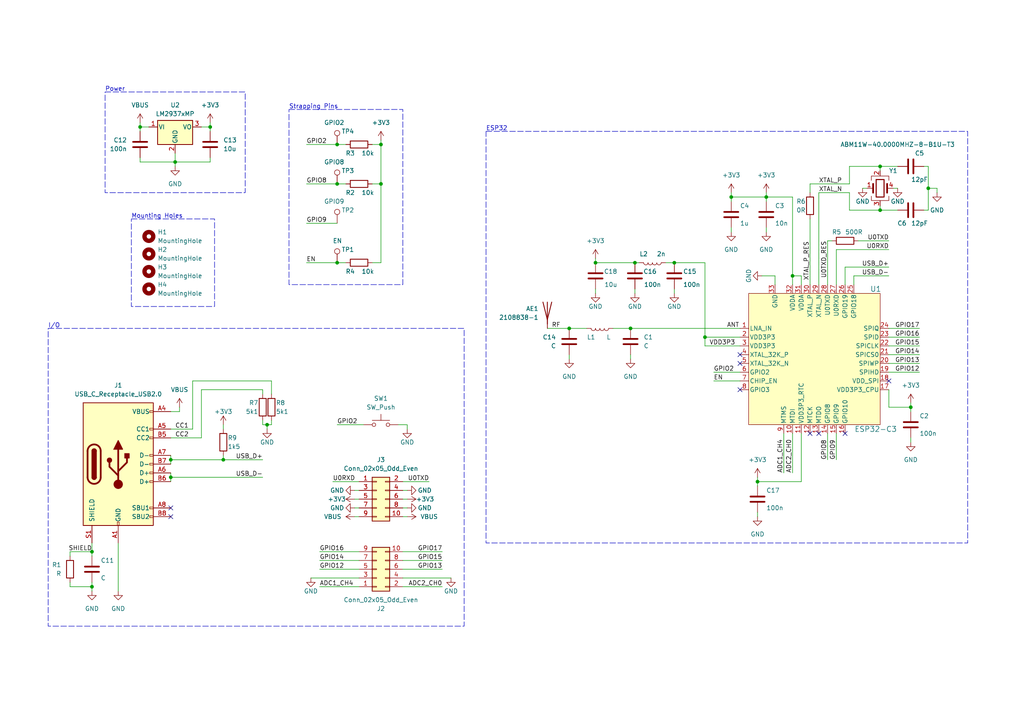
<source format=kicad_sch>
(kicad_sch (version 20230121) (generator eeschema)
  (paper "A4")
  (lib_symbols
    (symbol "Connector:TestPoint" (pin_numbers hide) (pin_names (offset 0.762) hide)
      (property "Reference" "TP" (at 0 6.858 0))
      (property "Value" "TestPoint" (at 0 5.08 0))
      (symbol "TestPoint_0_1"
        (circle (center 0 3.302) (radius 0.762))
      )
      (symbol "TestPoint_1_1"
        (pin passive line (at 0 0 90) (length 2.54) (name "1") (number "1"))
      )
    )
    (symbol "Connector:USB_C_Receptacle_USB2.0" (pin_names (offset 1.016))
      (property "Reference" "J" (at -10.16 19.05 0))
      (property "Value" "USB_C_Receptacle_USB2.0" (at 19.05 19.05 0))
      (symbol "USB_C_Receptacle_USB2.0_0_0"
        (rectangle (start -0.254 -17.78) (end 0.254 -16.764))
        (rectangle (start 10.16 -14.986) (end 9.144 -15.494))
        (rectangle (start 10.16 -12.446) (end 9.144 -12.954))
        (rectangle (start 10.16 -4.826) (end 9.144 -5.334))
        (rectangle (start 10.16 -2.286) (end 9.144 -2.794))
        (rectangle (start 10.16 0.254) (end 9.144 -0.254))
        (rectangle (start 10.16 2.794) (end 9.144 2.286))
        (rectangle (start 10.16 7.874) (end 9.144 7.366))
        (rectangle (start 10.16 10.414) (end 9.144 9.906))
        (rectangle (start 10.16 15.494) (end 9.144 14.986))
      )
      (symbol "USB_C_Receptacle_USB2.0_0_1"
        (rectangle (start -10.16 17.78) (end 10.16 -17.78) (stroke (width 0.254)) (fill (type background)))
        (arc (start -8.89 -3.81) (mid -6.985 -5.7067) (end -5.08 -3.81) (stroke (width 0.508)))
        (arc (start -7.62 -3.81) (mid -6.985 -4.4423) (end -6.35 -3.81) (stroke (width 0.254)))
        (arc (start -7.62 -3.81) (mid -6.985 -4.4423) (end -6.35 -3.81) (stroke (width 0.254)) (fill (type outline)))
        (rectangle (start -7.62 -3.81) (end -6.35 3.81) (stroke (width 0.254)) (fill (type outline)))
        (arc (start -6.35 3.81) (mid -6.985 4.4423) (end -7.62 3.81) (stroke (width 0.254)))
        (arc (start -6.35 3.81) (mid -6.985 4.4423) (end -7.62 3.81) (stroke (width 0.254)) (fill (type outline)))
        (arc (start -5.08 3.81) (mid -6.985 5.7067) (end -8.89 3.81) (stroke (width 0.508)))
        (circle (center -2.54 1.143) (radius 0.635) (stroke (width 0.254)) (fill (type outline)))
        (circle (center 0 -5.842) (radius 1.27) (fill (type outline)))
        (polyline (pts (xy -8.89 -3.81) (xy -8.89 3.81)) (stroke (width 0.508)))
        (polyline (pts (xy -5.08 3.81) (xy -5.08 -3.81)) (stroke (width 0.508)))
        (polyline (pts (xy 0 -5.842) (xy 0 4.318)) (stroke (width 0.508)))
        (polyline (pts (xy 0 -3.302) (xy -2.54 -0.762) (xy -2.54 0.508)) (stroke (width 0.508)))
        (polyline (pts (xy 0 -2.032) (xy 2.54 0.508) (xy 2.54 1.778)) (stroke (width 0.508)))
        (polyline (pts (xy -1.27 4.318) (xy 0 6.858) (xy 1.27 4.318) (xy -1.27 4.318)) (stroke (width 0.254)) (fill (type outline)))
        (rectangle (start 1.905 1.778) (end 3.175 3.048) (stroke (width 0.254)) (fill (type outline)))
      )
      (symbol "USB_C_Receptacle_USB2.0_1_1"
        (pin passive line (at 0 -22.86 90) (length 5.08) (name "GND") (number "A1"))
        (pin passive line (at 0 -22.86 90) (length 5.08) hide (name "GND") (number "A12"))
        (pin passive line (at 15.24 15.24 180) (length 5.08) (name "VBUS") (number "A4"))
        (pin bidirectional line (at 15.24 10.16 180) (length 5.08) (name "CC1") (number "A5"))
        (pin bidirectional line (at 15.24 -2.54 180) (length 5.08) (name "D+") (number "A6"))
        (pin bidirectional line (at 15.24 2.54 180) (length 5.08) (name "D-") (number "A7"))
        (pin bidirectional line (at 15.24 -12.7 180) (length 5.08) (name "SBU1") (number "A8"))
        (pin passive line (at 15.24 15.24 180) (length 5.08) hide (name "VBUS") (number "A9"))
        (pin passive line (at 0 -22.86 90) (length 5.08) hide (name "GND") (number "B1"))
        (pin passive line (at 0 -22.86 90) (length 5.08) hide (name "GND") (number "B12"))
        (pin passive line (at 15.24 15.24 180) (length 5.08) hide (name "VBUS") (number "B4"))
        (pin bidirectional line (at 15.24 7.62 180) (length 5.08) (name "CC2") (number "B5"))
        (pin bidirectional line (at 15.24 -5.08 180) (length 5.08) (name "D+") (number "B6"))
        (pin bidirectional line (at 15.24 0 180) (length 5.08) (name "D-") (number "B7"))
        (pin bidirectional line (at 15.24 -15.24 180) (length 5.08) (name "SBU2") (number "B8"))
        (pin passive line (at 15.24 15.24 180) (length 5.08) hide (name "VBUS") (number "B9"))
        (pin passive line (at -7.62 -22.86 90) (length 5.08) (name "SHIELD") (number "S1"))
      )
    )
    (symbol "Connector_Generic:Conn_02x05_Odd_Even" (pin_names (offset 1.016) hide)
      (property "Reference" "J" (at 1.27 7.62 0))
      (property "Value" "Conn_02x05_Odd_Even" (at 1.27 -7.62 0))
      (symbol "Conn_02x05_Odd_Even_1_1"
        (rectangle (start -1.27 -4.953) (end 0 -5.207) (stroke (width 0.1524)))
        (rectangle (start -1.27 -2.413) (end 0 -2.667) (stroke (width 0.1524)))
        (rectangle (start -1.27 0.127) (end 0 -0.127) (stroke (width 0.1524)))
        (rectangle (start -1.27 2.667) (end 0 2.413) (stroke (width 0.1524)))
        (rectangle (start -1.27 5.207) (end 0 4.953) (stroke (width 0.1524)))
        (rectangle (start -1.27 6.35) (end 3.81 -6.35) (stroke (width 0.254)) (fill (type background)))
        (rectangle (start 3.81 -4.953) (end 2.54 -5.207) (stroke (width 0.1524)))
        (rectangle (start 3.81 -2.413) (end 2.54 -2.667) (stroke (width 0.1524)))
        (rectangle (start 3.81 0.127) (end 2.54 -0.127) (stroke (width 0.1524)))
        (rectangle (start 3.81 2.667) (end 2.54 2.413) (stroke (width 0.1524)))
        (rectangle (start 3.81 5.207) (end 2.54 4.953) (stroke (width 0.1524)))
        (pin passive line (at -5.08 5.08 0) (length 3.81) (name "Pin_1") (number "1"))
        (pin passive line (at 7.62 -5.08 180) (length 3.81) (name "Pin_10") (number "10"))
        (pin passive line (at 7.62 5.08 180) (length 3.81) (name "Pin_2") (number "2"))
        (pin passive line (at -5.08 2.54 0) (length 3.81) (name "Pin_3") (number "3"))
        (pin passive line (at 7.62 2.54 180) (length 3.81) (name "Pin_4") (number "4"))
        (pin passive line (at -5.08 0 0) (length 3.81) (name "Pin_5") (number "5"))
        (pin passive line (at 7.62 0 180) (length 3.81) (name "Pin_6") (number "6"))
        (pin passive line (at -5.08 -2.54 0) (length 3.81) (name "Pin_7") (number "7"))
        (pin passive line (at 7.62 -2.54 180) (length 3.81) (name "Pin_8") (number "8"))
        (pin passive line (at -5.08 -5.08 0) (length 3.81) (name "Pin_9") (number "9"))
      )
    )
    (symbol "Device:Antenna" (pin_numbers hide) (pin_names (offset 1.016) hide)
      (property "Reference" "AE" (at -1.905 1.905 0))
      (property "Value" "Antenna" (at -1.905 0 0))
      (symbol "Antenna_0_1"
        (polyline (pts (xy 0 2.54) (xy 0 -3.81)) (stroke (width 0.254)))
        (polyline (pts (xy 1.27 2.54) (xy 0 -2.54) (xy -1.27 2.54)) (stroke (width 0.254)))
      )
      (symbol "Antenna_1_1"
        (pin input line (at 0 -5.08 90) (length 2.54) (name "A") (number "1"))
      )
    )
    (symbol "Device:C" (pin_numbers hide) (pin_names (offset 0.254))
      (property "Reference" "C" (at 0.635 2.54 0))
      (property "Value" "C" (at 0.635 -2.54 0))
      (symbol "C_0_1"
        (polyline (pts (xy -2.032 -0.762) (xy 2.032 -0.762)) (stroke (width 0.508)))
        (polyline (pts (xy -2.032 0.762) (xy 2.032 0.762)) (stroke (width 0.508)))
      )
      (symbol "C_1_1"
        (pin passive line (at 0 3.81 270) (length 2.794) (name "~") (number "1"))
        (pin passive line (at 0 -3.81 90) (length 2.794) (name "~") (number "2"))
      )
    )
    (symbol "Device:Crystal_GND23" (pin_names (offset 1.016) hide)
      (property "Reference" "Y" (at 3.175 5.08 0))
      (property "Value" "Crystal_GND23" (at 3.175 3.175 0))
      (symbol "Crystal_GND23_0_1"
        (rectangle (start -1.143 2.54) (end 1.143 -2.54) (stroke (width 0.3048)))
        (polyline (pts (xy -2.54 0) (xy -2.032 0)))
        (polyline (pts (xy -2.032 -1.27) (xy -2.032 1.27)) (stroke (width 0.508)))
        (polyline (pts (xy 0 -3.81) (xy 0 -3.556)))
        (polyline (pts (xy 0 3.556) (xy 0 3.81)))
        (polyline (pts (xy 2.032 -1.27) (xy 2.032 1.27)) (stroke (width 0.508)))
        (polyline (pts (xy 2.032 0) (xy 2.54 0)))
        (polyline (pts (xy -2.54 -2.286) (xy -2.54 -3.556) (xy 2.54 -3.556) (xy 2.54 -2.286)))
        (polyline (pts (xy -2.54 2.286) (xy -2.54 3.556) (xy 2.54 3.556) (xy 2.54 2.286)))
      )
      (symbol "Crystal_GND23_1_1"
        (pin passive line (at -3.81 0 0) (length 1.27) (name "1") (number "1"))
        (pin passive line (at 0 5.08 270) (length 1.27) (name "2") (number "2"))
        (pin passive line (at 0 -5.08 90) (length 1.27) (name "3") (number "3"))
        (pin passive line (at 3.81 0 180) (length 1.27) (name "4") (number "4"))
      )
    )
    (symbol "Device:L" (pin_numbers hide) (pin_names (offset 1.016) hide)
      (property "Reference" "L" (at -1.27 0 90))
      (property "Value" "L" (at 1.905 0 90))
      (symbol "L_0_1"
        (arc (start 0 -2.54) (mid 0.6323 -1.905) (end 0 -1.27))
        (arc (start 0 -1.27) (mid 0.6323 -0.635) (end 0 0))
        (arc (start 0 0) (mid 0.6323 0.635) (end 0 1.27))
        (arc (start 0 1.27) (mid 0.6323 1.905) (end 0 2.54))
      )
      (symbol "L_1_1"
        (pin passive line (at 0 3.81 270) (length 1.27) (name "1") (number "1"))
        (pin passive line (at 0 -3.81 90) (length 1.27) (name "2") (number "2"))
      )
    )
    (symbol "Device:R" (pin_numbers hide) (pin_names (offset 0))
      (property "Reference" "R" (at 2.032 0 90))
      (property "Value" "R" (at 0 0 90))
      (symbol "R_0_1"
        (rectangle (start -1.016 -2.54) (end 1.016 2.54) (stroke (width 0.254)))
      )
      (symbol "R_1_1"
        (pin passive line (at 0 3.81 270) (length 1.27) (name "~") (number "1"))
        (pin passive line (at 0 -3.81 90) (length 1.27) (name "~") (number "2"))
      )
    )
    (symbol "Mechanical:MountingHole" (pin_names (offset 1.016))
      (property "Reference" "H" (at 0 5.08 0))
      (property "Value" "MountingHole" (at 0 3.175 0))
      (symbol "MountingHole_0_1"
        (circle (center 0 0) (radius 1.27) (stroke (width 1.27)))
      )
    )
    (symbol "Regulator_Linear:LM2937xMP" (pin_names (offset 0.254))
      (property "Reference" "U" (at -3.81 3.175 0))
      (property "Value" "LM2937xMP" (at 0 3.175 0))
      (symbol "LM2937xMP_0_1"
        (rectangle (start -5.08 -5.08) (end 5.08 1.905) (stroke (width 0.254)) (fill (type background)))
      )
      (symbol "LM2937xMP_1_1"
        (pin power_in line (at -7.62 0 0) (length 2.54) (name "VI") (number "1"))
        (pin power_in line (at 0 -7.62 90) (length 2.54) (name "GND") (number "2"))
        (pin power_out line (at 7.62 0 180) (length 2.54) (name "VO") (number "3"))
      )
    )
    (symbol "Switch:SW_Push" (pin_numbers hide) (pin_names (offset 1.016) hide)
      (property "Reference" "SW" (at 1.27 2.54 0))
      (property "Value" "SW_Push" (at 0 -1.524 0))
      (symbol "SW_Push_0_1"
        (circle (center -2.032 0) (radius 0.508))
        (polyline (pts (xy 0 1.27) (xy 0 3.048)))
        (polyline (pts (xy 2.54 1.27) (xy -2.54 1.27)))
        (circle (center 2.032 0) (radius 0.508))
        (pin passive line (at -5.08 0 0) (length 2.54) (name "1") (number "1"))
        (pin passive line (at 5.08 0 180) (length 2.54) (name "2") (number "2"))
      )
    )
    (symbol "encyclopedia_galactica:ESP32-C3" (pin_names (offset 0.254))
      (property "Reference" "U" (at 0 43.18 0))
      (property "Value" "ESP32-C3" (at 0 40.64 0))
      (symbol "ESP32-C3_0_1"
        (pin bidirectional line (at -21.59 8.89 0) (length 2.54) (name "LNA_IN") (number "1"))
        (pin bidirectional line (at -6.35 -21.59 90) (length 2.54) (name "MTDI") (number "10"))
        (pin power_in line (at -3.81 -21.59 90) (length 2.54) (name "VDD3P3_RTC") (number "11"))
        (pin bidirectional line (at -1.27 -21.59 90) (length 2.54) (name "MTCK") (number "12"))
        (pin bidirectional line (at 1.27 -21.59 90) (length 2.54) (name "MTDO") (number "13"))
        (pin bidirectional line (at 3.81 -21.59 90) (length 2.54) (name "GPIO8") (number "14"))
        (pin bidirectional line (at 6.35 -21.59 90) (length 2.54) (name "GPIO9") (number "15"))
        (pin bidirectional line (at 8.89 -21.59 90) (length 2.54) (name "GPIO10") (number "16"))
        (pin power_in line (at 21.59 -8.89 180) (length 2.54) (name "VDD3P3_CPU") (number "17"))
        (pin power_in line (at 21.59 -6.35 180) (length 2.54) (name "VDD_SPI") (number "18"))
        (pin bidirectional line (at 21.59 -3.81 180) (length 2.54) (name "SPIHD") (number "19"))
        (pin power_in line (at -21.59 6.35 0) (length 2.54) (name "VDD3P3") (number "2"))
        (pin bidirectional line (at 21.59 -1.27 180) (length 2.54) (name "SPIWP") (number "20"))
        (pin bidirectional line (at 21.59 1.27 180) (length 2.54) (name "SPICS0") (number "21"))
        (pin bidirectional line (at 21.59 3.81 180) (length 2.54) (name "SPICLK") (number "22"))
        (pin bidirectional line (at 21.59 6.35 180) (length 2.54) (name "SPID") (number "23"))
        (pin bidirectional line (at 21.59 8.89 180) (length 2.54) (name "SPIQ") (number "24"))
        (pin bidirectional line (at 11.43 21.59 270) (length 2.54) (name "GPIO18") (number "25"))
        (pin bidirectional line (at 8.89 21.59 270) (length 2.54) (name "GPIO19") (number "26"))
        (pin bidirectional line (at 6.35 21.59 270) (length 2.54) (name "U0RXD") (number "27"))
        (pin bidirectional line (at 3.81 21.59 270) (length 2.54) (name "U0TXD") (number "28"))
        (pin output line (at 1.27 21.59 270) (length 2.54) (name "XTAL_N") (number "29"))
        (pin power_in line (at -21.59 3.81 0) (length 2.54) (name "VDD3P3") (number "3"))
        (pin input line (at -1.27 21.59 270) (length 2.54) (name "XTAL_P") (number "30"))
        (pin power_in line (at -3.81 21.59 270) (length 2.54) (name "VDDA") (number "31"))
        (pin power_in line (at -6.35 21.59 270) (length 2.54) (name "VDDA") (number "32"))
        (pin power_out line (at -11.43 21.59 270) (length 2.54) (name "GND") (number "33"))
        (pin bidirectional line (at -21.59 1.27 0) (length 2.54) (name "XTAL_32K_P") (number "4"))
        (pin bidirectional line (at -21.59 -1.27 0) (length 2.54) (name "XTAL_32K_N") (number "5"))
        (pin bidirectional line (at -21.59 -3.81 0) (length 2.54) (name "GPIO2") (number "6"))
        (pin input line (at -21.59 -6.35 0) (length 2.54) (name "CHIP_EN") (number "7"))
        (pin bidirectional line (at -21.59 -8.89 0) (length 2.54) (name "GPIO3") (number "8"))
        (pin bidirectional line (at -8.89 -21.59 90) (length 2.54) (name "MTMS") (number "9"))
      )
      (symbol "ESP32-C3_1_1"
        (rectangle (start -19.05 19.05) (end 19.05 -19.05) (fill (type background)))
      )
    )
    (symbol "power:+3V3" (power) (pin_names (offset 0))
      (property "Value" "+3V3" (at 0 3.556 0))
      (symbol "+3V3_0_1"
        (polyline (pts (xy -0.762 1.27) (xy 0 2.54)))
        (polyline (pts (xy 0 0) (xy 0 2.54)))
        (polyline (pts (xy 0 2.54) (xy 0.762 1.27)))
      )
      (symbol "+3V3_1_1"
        (pin power_in line (at 0 0 90) (length 0) hide (name "+3V3") (number "1"))
      )
    )
    (symbol "power:GND" (power) (pin_names (offset 0))
      (property "Value" "GND" (at 0 -3.81 0))
      (symbol "GND_0_1"
        (polyline (pts (xy 0 0) (xy 0 -1.27) (xy 1.27 -1.27) (xy 0 -2.54) (xy -1.27 -1.27) (xy 0 -1.27)))
      )
      (symbol "GND_1_1"
        (pin power_in line (at 0 0 270) (length 0) hide (name "GND") (number "1"))
      )
    )
    (symbol "power:VBUS" (power) (pin_names (offset 0))
      (property "Value" "VBUS" (at 0 3.81 0))
      (symbol "VBUS_0_1"
        (polyline (pts (xy -0.762 1.27) (xy 0 2.54)))
        (polyline (pts (xy 0 0) (xy 0 2.54)))
        (polyline (pts (xy 0 2.54) (xy 0.762 1.27)))
      )
      (symbol "VBUS_1_1"
        (pin power_in line (at 0 0 90) (length 0) hide (name "VBUS") (number "1"))
      )
    )
  )
  (junction (at 50.8 46.99))
  (junction (at 182.88 95.25))
  (junction (at 229.87 80.01))
  (junction (at 172.72 76.2))
  (junction (at 97.79 53.34))
  (junction (at 110.49 41.91))
  (junction (at 212.09 57.15))
  (junction (at 184.15 76.2))
  (junction (at 26.67 160.02))
  (junction (at 219.71 139.7))
  (junction (at 222.25 57.15))
  (junction (at 77.47 123.19))
  (junction (at 97.79 41.91))
  (junction (at 64.77 133.35))
  (junction (at 49.53 138.43))
  (junction (at 97.79 76.2))
  (junction (at 195.58 76.2))
  (junction (at 264.16 118.11))
  (junction (at 269.24 54.61))
  (junction (at 110.49 53.34))
  (junction (at 40.64 36.83))
  (junction (at 255.27 48.26))
  (junction (at 26.67 170.18))
  (junction (at 204.47 97.79))
  (junction (at 49.53 133.35))
  (junction (at 165.1 95.25))
  (junction (at 255.27 60.96))
  (junction (at 60.96 36.83))
  (no_connect (at 245.11 125.73))
  (no_connect (at 214.63 113.03))
  (no_connect (at 214.63 102.87))
  (no_connect (at 49.53 147.32))
  (no_connect (at 234.95 125.73))
  (no_connect (at 257.81 110.49))
  (no_connect (at 49.53 149.86))
  (no_connect (at 237.49 125.73))
  (no_connect (at 214.63 105.41))
  (wire (pts (xy 49.53 133.35) (xy 64.77 133.35)))
  (wire (pts (xy 49.53 137.16) (xy 49.53 138.43)))
  (wire (pts (xy 257.81 95.25) (xy 266.7 95.25)))
  (wire (pts (xy 240.03 69.85) (xy 240.03 82.55)))
  (wire (pts (xy 97.79 41.91) (xy 88.9 41.91)))
  (wire (pts (xy 207.01 107.95) (xy 214.63 107.95)))
  (wire (pts (xy 49.53 138.43) (xy 76.2 138.43)))
  (wire (pts (xy 271.78 54.61) (xy 269.24 54.61)))
  (wire (pts (xy 20.32 161.29) (xy 20.32 160.02)))
  (wire (pts (xy 124.46 139.7) (xy 116.84 139.7)))
  (wire (pts (xy 222.25 66.04) (xy 222.25 67.31)))
  (wire (pts (xy 257.81 100.33) (xy 266.7 100.33)))
  (wire (pts (xy 172.72 76.2) (xy 184.15 76.2)))
  (wire (pts (xy 115.57 123.19) (xy 118.11 123.19)))
  (wire (pts (xy 26.67 157.48) (xy 26.67 160.02)))
  (wire (pts (xy 234.95 53.34) (xy 246.38 53.34)))
  (wire (pts (xy 257.81 97.79) (xy 266.7 97.79)))
  (wire (pts (xy 100.33 41.91) (xy 97.79 41.91)))
  (wire (pts (xy 49.53 132.08) (xy 49.53 133.35)))
  (wire (pts (xy 257.81 72.39) (xy 242.57 72.39)))
  (wire (pts (xy 229.87 57.15) (xy 229.87 80.01)))
  (wire (pts (xy 255.27 48.26) (xy 255.27 49.53)))
  (wire (pts (xy 257.81 118.11) (xy 257.81 113.03)))
  (wire (pts (xy 246.38 60.96) (xy 246.38 55.88)))
  (wire (pts (xy 245.11 77.47) (xy 245.11 82.55)))
  (wire (pts (xy 116.84 162.56) (xy 128.27 162.56)))
  (wire (pts (xy 34.29 157.48) (xy 34.29 171.45)))
  (wire (pts (xy 52.07 119.38) (xy 52.07 118.11)))
  (wire (pts (xy 49.53 138.43) (xy 49.53 139.7)))
  (wire (pts (xy 49.53 124.46) (xy 55.88 124.46)))
  (wire (pts (xy 251.46 54.61) (xy 250.19 54.61)))
  (wire (pts (xy 184.15 83.82) (xy 184.15 85.09)))
  (wire (pts (xy 237.49 55.88) (xy 237.49 82.55)))
  (wire (pts (xy 96.52 139.7) (xy 104.14 139.7)))
  (wire (pts (xy 78.74 121.92) (xy 78.74 123.19)))
  (wire (pts (xy 102.87 144.78) (xy 104.14 144.78)))
  (wire (pts (xy 64.77 132.08) (xy 64.77 133.35)))
  (wire (pts (xy 182.88 95.25) (xy 214.63 95.25)))
  (wire (pts (xy 76.2 113.03) (xy 76.2 114.3)))
  (wire (pts (xy 219.71 139.7) (xy 219.71 138.43)))
  (wire (pts (xy 116.84 165.1) (xy 128.27 165.1)))
  (wire (pts (xy 26.67 170.18) (xy 26.67 168.91)))
  (wire (pts (xy 264.16 116.84) (xy 264.16 118.11)))
  (wire (pts (xy 116.84 170.18) (xy 128.27 170.18)))
  (wire (pts (xy 172.72 83.82) (xy 172.72 85.09)))
  (wire (pts (xy 247.65 80.01) (xy 257.81 80.01)))
  (wire (pts (xy 60.96 45.72) (xy 60.96 46.99)))
  (wire (pts (xy 50.8 46.99) (xy 50.8 44.45)))
  (wire (pts (xy 64.77 133.35) (xy 76.2 133.35)))
  (wire (pts (xy 97.79 53.34) (xy 88.9 53.34)))
  (wire (pts (xy 229.87 125.73) (xy 229.87 137.16)))
  (wire (pts (xy 257.81 118.11) (xy 264.16 118.11)))
  (wire (pts (xy 212.09 55.88) (xy 212.09 57.15)))
  (wire (pts (xy 97.79 64.77) (xy 88.9 64.77)))
  (wire (pts (xy 229.87 80.01) (xy 232.41 80.01)))
  (wire (pts (xy 246.38 48.26) (xy 246.38 53.34)))
  (wire (pts (xy 237.49 55.88) (xy 246.38 55.88)))
  (wire (pts (xy 195.58 83.82) (xy 195.58 85.09)))
  (wire (pts (xy 102.87 149.86) (xy 104.14 149.86)))
  (wire (pts (xy 165.1 95.25) (xy 170.18 95.25)))
  (wire (pts (xy 260.35 60.96) (xy 255.27 60.96)))
  (wire (pts (xy 118.11 123.19) (xy 118.11 124.46)))
  (wire (pts (xy 110.49 76.2) (xy 107.95 76.2)))
  (wire (pts (xy 267.97 60.96) (xy 269.24 60.96)))
  (wire (pts (xy 207.01 110.49) (xy 214.63 110.49)))
  (wire (pts (xy 92.71 160.02) (xy 104.14 160.02)))
  (wire (pts (xy 116.84 149.86) (xy 118.11 149.86)))
  (wire (pts (xy 90.17 167.64) (xy 104.14 167.64)))
  (wire (pts (xy 234.95 63.5) (xy 234.95 82.55)))
  (wire (pts (xy 264.16 127) (xy 264.16 128.27)))
  (wire (pts (xy 97.79 123.19) (xy 105.41 123.19)))
  (wire (pts (xy 204.47 76.2) (xy 195.58 76.2)))
  (wire (pts (xy 97.79 76.2) (xy 88.9 76.2)))
  (wire (pts (xy 247.65 80.01) (xy 247.65 82.55)))
  (wire (pts (xy 26.67 170.18) (xy 26.67 171.45)))
  (wire (pts (xy 269.24 48.26) (xy 267.97 48.26)))
  (wire (pts (xy 78.74 110.49) (xy 78.74 114.3)))
  (wire (pts (xy 64.77 123.19) (xy 64.77 124.46)))
  (wire (pts (xy 234.95 53.34) (xy 234.95 55.88)))
  (wire (pts (xy 102.87 147.32) (xy 104.14 147.32)))
  (wire (pts (xy 49.53 133.35) (xy 49.53 134.62)))
  (wire (pts (xy 77.47 123.19) (xy 77.47 124.46)))
  (wire (pts (xy 255.27 60.96) (xy 255.27 59.69)))
  (wire (pts (xy 227.33 125.73) (xy 227.33 137.16)))
  (wire (pts (xy 110.49 53.34) (xy 107.95 53.34)))
  (wire (pts (xy 212.09 57.15) (xy 222.25 57.15)))
  (wire (pts (xy 130.81 167.64) (xy 116.84 167.64)))
  (wire (pts (xy 193.04 76.2) (xy 195.58 76.2)))
  (wire (pts (xy 60.96 36.83) (xy 60.96 38.1)))
  (wire (pts (xy 242.57 125.73) (xy 242.57 133.35)))
  (wire (pts (xy 55.88 124.46) (xy 55.88 110.49)))
  (wire (pts (xy 219.71 139.7) (xy 232.41 139.7)))
  (wire (pts (xy 116.84 142.24) (xy 118.11 142.24)))
  (wire (pts (xy 40.64 46.99) (xy 50.8 46.99)))
  (wire (pts (xy 257.81 105.41) (xy 266.7 105.41)))
  (wire (pts (xy 219.71 148.59) (xy 219.71 149.86)))
  (wire (pts (xy 55.88 110.49) (xy 78.74 110.49)))
  (wire (pts (xy 177.8 95.25) (xy 182.88 95.25)))
  (wire (pts (xy 60.96 35.56) (xy 60.96 36.83)))
  (wire (pts (xy 182.88 102.87) (xy 182.88 104.14)))
  (wire (pts (xy 116.84 144.78) (xy 118.11 144.78)))
  (wire (pts (xy 97.79 53.34) (xy 100.33 53.34)))
  (wire (pts (xy 20.32 170.18) (xy 26.67 170.18)))
  (wire (pts (xy 248.92 69.85) (xy 257.81 69.85)))
  (wire (pts (xy 264.16 118.11) (xy 264.16 119.38)))
  (wire (pts (xy 240.03 125.73) (xy 240.03 133.35)))
  (wire (pts (xy 92.71 162.56) (xy 104.14 162.56)))
  (wire (pts (xy 58.42 36.83) (xy 60.96 36.83)))
  (wire (pts (xy 20.32 168.91) (xy 20.32 170.18)))
  (wire (pts (xy 116.84 160.02) (xy 128.27 160.02)))
  (wire (pts (xy 222.25 57.15) (xy 229.87 57.15)))
  (wire (pts (xy 102.87 142.24) (xy 104.14 142.24)))
  (wire (pts (xy 269.24 60.96) (xy 269.24 54.61)))
  (wire (pts (xy 20.32 160.02) (xy 26.67 160.02)))
  (wire (pts (xy 204.47 100.33) (xy 204.47 97.79)))
  (wire (pts (xy 110.49 41.91) (xy 110.49 53.34)))
  (wire (pts (xy 49.53 127) (xy 58.42 127)))
  (wire (pts (xy 184.15 76.2) (xy 185.42 76.2)))
  (wire (pts (xy 76.2 121.92) (xy 76.2 123.19)))
  (wire (pts (xy 40.64 35.56) (xy 40.64 36.83)))
  (wire (pts (xy 257.81 77.47) (xy 245.11 77.47)))
  (wire (pts (xy 165.1 102.87) (xy 165.1 104.14)))
  (wire (pts (xy 257.81 102.87) (xy 266.7 102.87)))
  (wire (pts (xy 269.24 54.61) (xy 269.24 48.26)))
  (wire (pts (xy 26.67 160.02) (xy 26.67 161.29)))
  (wire (pts (xy 49.53 119.38) (xy 52.07 119.38)))
  (wire (pts (xy 222.25 55.88) (xy 222.25 57.15)))
  (wire (pts (xy 110.49 40.64) (xy 110.49 41.91)))
  (wire (pts (xy 232.41 80.01) (xy 232.41 82.55)))
  (wire (pts (xy 50.8 46.99) (xy 50.8 48.26)))
  (wire (pts (xy 246.38 60.96) (xy 255.27 60.96)))
  (wire (pts (xy 212.09 66.04) (xy 212.09 67.31)))
  (wire (pts (xy 110.49 41.91) (xy 107.95 41.91)))
  (wire (pts (xy 229.87 80.01) (xy 229.87 82.55)))
  (wire (pts (xy 219.71 140.97) (xy 219.71 139.7)))
  (wire (pts (xy 77.47 123.19) (xy 78.74 123.19)))
  (wire (pts (xy 222.25 57.15) (xy 222.25 58.42)))
  (wire (pts (xy 255.27 48.26) (xy 246.38 48.26)))
  (wire (pts (xy 271.78 55.88) (xy 271.78 54.61)))
  (wire (pts (xy 92.71 165.1) (xy 104.14 165.1)))
  (wire (pts (xy 260.35 48.26) (xy 255.27 48.26)))
  (wire (pts (xy 257.81 107.95) (xy 266.7 107.95)))
  (wire (pts (xy 100.33 76.2) (xy 97.79 76.2)))
  (wire (pts (xy 110.49 53.34) (xy 110.49 76.2)))
  (wire (pts (xy 76.2 123.19) (xy 77.47 123.19)))
  (wire (pts (xy 204.47 97.79) (xy 204.47 76.2)))
  (wire (pts (xy 116.84 147.32) (xy 118.11 147.32)))
  (wire (pts (xy 158.75 95.25) (xy 165.1 95.25)))
  (wire (pts (xy 50.8 46.99) (xy 60.96 46.99)))
  (wire (pts (xy 40.64 36.83) (xy 40.64 38.1)))
  (wire (pts (xy 58.42 127) (xy 58.42 113.03)))
  (wire (pts (xy 242.57 72.39) (xy 242.57 82.55)))
  (wire (pts (xy 92.71 170.18) (xy 104.14 170.18)))
  (wire (pts (xy 260.35 54.61) (xy 259.08 54.61)))
  (wire (pts (xy 40.64 45.72) (xy 40.64 46.99)))
  (wire (pts (xy 58.42 113.03) (xy 76.2 113.03)))
  (wire (pts (xy 204.47 97.79) (xy 214.63 97.79)))
  (wire (pts (xy 240.03 69.85) (xy 241.3 69.85)))
  (wire (pts (xy 214.63 100.33) (xy 204.47 100.33)))
  (wire (pts (xy 224.79 80.01) (xy 224.79 82.55)))
  (wire (pts (xy 172.72 74.93) (xy 172.72 76.2)))
  (wire (pts (xy 212.09 57.15) (xy 212.09 58.42)))
  (wire (pts (xy 232.41 125.73) (xy 232.41 139.7)))
  (wire (pts (xy 220.98 80.01) (xy 224.79 80.01)))
  (wire (pts (xy 40.64 36.83) (xy 43.18 36.83)))
  (rectangle (start 30.48 26.67) (end 71.12 55.88) (stroke (width 0) (type dash)))
  (rectangle (start 38.1 63.5) (end 62.23 88.9) (stroke (width 0) (type dash)))
  (rectangle (start 83.82 31.75) (end 116.84 82.55) (stroke (width 0) (type dash)))
  (rectangle (start 13.97 95.25) (end 134.62 181.61) (stroke (width 0) (type dash)))
  (rectangle (start 140.97 38.1) (end 280.67 157.48) (stroke (width 0) (type dash)))
  (text "ESP32" (at 140.97 38.1 0) (effects (font (size 1.27 1.27)) (justify left bottom)))
  (text "I/O" (at 13.97 95.25 0) (effects (font (size 1.27 1.27)) (justify left bottom)))
  (text "Mounting Holes" (at 38.1 63.5 0) (effects (font (size 1.27 1.27)) (justify left bottom)))
  (text "Power" (at 30.48 26.67 0) (effects (font (size 1.27 1.27)) (justify left bottom)))
  (text "Strapping Pins" (at 83.82 31.75 0) (effects (font (size 1.27 1.27)) (justify left bottom)))
  (label "ADC1_CH4" (at 227.33 137.16 90))
  (label "U0RXD" (at 96.52 139.7 0))
  (label "GPIO2" (at 97.79 123.19 0))
  (label "USB_D-" (at 76.2 138.43 180))
  (label "GPIO12" (at 92.71 165.1 0))
  (label "EN" (at 207.01 110.49 0))
  (label "GPIO16" (at 92.71 160.02 0))
  (label "GPIO13" (at 128.27 165.1 180))
  (label "USB_D+" (at 76.2 133.35 180))
  (label "SHIELD" (at 26.67 160.02 180))
  (label "ADC1_CH4" (at 92.71 170.18 0))
  (label "USB_D+" (at 257.81 77.47 180))
  (label "GPIO2" (at 88.9 41.91 0))
  (label "GPIO14" (at 266.7 102.87 180))
  (label "GPIO9" (at 242.57 133.35 90))
  (label "GPIO17" (at 266.7 95.25 180))
  (label "GPIO14" (at 92.71 162.56 0))
  (label "U0TXD" (at 124.46 139.7 180))
  (label "ADC2_CH0" (at 229.87 137.16 90))
  (label "U0RXD" (at 257.81 72.39 180))
  (label "VDD3P3" (at 205.74 100.33 0))
  (label "ANT" (at 210.82 95.25 0))
  (label "CC1" (at 50.8 124.46 0))
  (label "USB_D-" (at 257.81 80.01 180))
  (label "GPIO12" (at 266.7 107.95 180))
  (label "XTAL_P" (at 237.49 53.34 0))
  (label "U0TXD" (at 257.81 69.85 180))
  (label "GPIO9" (at 88.9 64.77 0))
  (label "XTAL_P_RES" (at 234.95 81.28 90))
  (label "GPIO15" (at 128.27 162.56 180))
  (label "XTAL_N" (at 237.49 55.88 0))
  (label "GPIO16" (at 266.7 97.79 180))
  (label "RF" (at 160.02 95.25 0))
  (label "U0TXD_RES" (at 240.03 69.85 270))
  (label "EN" (at 88.9 76.2 0))
  (label "GPIO8" (at 88.9 53.34 0))
  (label "GPIO13" (at 266.7 105.41 180))
  (label "GPIO17" (at 128.27 160.02 180))
  (label "GPIO2" (at 207.01 107.95 0))
  (label "ADC2_CH0" (at 128.27 170.18 180))
  (label "CC2" (at 50.8 127 0))
  (label "GPIO15" (at 266.7 100.33 180))
  (label "GPIO8" (at 240.03 133.35 90))
  (symbol (lib_id "power:GND") (at 250.19 54.61 0) (mirror y) (unit 1)
    (property "Reference" "#PWR03" (effects hide))
    (property "Value" "GND" (at 250.19 58.42 0))
  )
  (symbol (lib_id "Connector:USB_C_Receptacle_USB2.0") (at 34.29 134.62 0) (unit 1)
    (property "Reference" "J1" (at 34.29 111.76 0))
    (property "Value" "USB_C_Receptacle_USB2.0" (at 34.29 114.3 0))
    (property "Footprint" "Connector_USB:USB_C_Receptacle_GCT_USB4105-xx-A_16P_TopMnt_Horizontal" (effects hide))
    (property "Datasheet" "https://www.usb.org/sites/default/files/documents/usb_type-c.zip" (effects hide))
  )
  (symbol (lib_id "Device:R") (at 234.95 59.69 0) (mirror y) (unit 1)
    (property "Reference" "R6" (at 233.68 58.42 0) (effects (justify left)))
    (property "Value" "0R" (at 233.68 60.96 0) (effects (justify left)))
    (property "Footprint" "Resistor_SMD:R_0402_1005Metric" (effects hide))
  )
  (symbol (lib_id "power:+3V3") (at 64.77 123.19 0) (unit 1)
    (property "Reference" "#PWR038" (effects hide))
    (property "Value" "+3V3" (at 64.77 119.38 0))
  )
  (symbol (lib_id "Device:R") (at 104.14 76.2 270) (mirror x) (unit 1)
    (property "Reference" "R4" (at 101.6 78.74 90))
    (property "Value" "10k" (at 106.68 78.74 90))
    (property "Footprint" "Resistor_SMD:R_0402_1005Metric" (effects hide))
  )
  (symbol (lib_id "power:GND") (at 212.09 67.31 0) (unit 1)
    (property "Reference" "#PWR023" (effects hide))
    (property "Value" "GND" (at 212.09 72.39 0))
  )
  (symbol (lib_id "power:VBUS") (at 102.87 149.86 90) (unit 1)
    (property "Reference" "#PWR032" (effects hide))
    (property "Value" "VBUS" (at 99.06 149.86 90) (effects (justify left)))
  )
  (symbol (lib_id "Device:R") (at 20.32 165.1 0) (unit 1)
    (property "Reference" "R1" (at 17.78 163.83 0) (effects (justify right)))
    (property "Value" "R" (at 17.78 166.37 0) (effects (justify right)))
    (property "Footprint" "Resistor_SMD:R_0402_1005Metric" (effects hide))
  )
  (symbol (lib_id "power:GND") (at 102.87 147.32 270) (unit 1)
    (property "Reference" "#PWR030" (effects hide))
    (property "Value" "GND" (at 97.79 147.32 90))
  )
  (symbol (lib_id "Mechanical:MountingHole") (at 43.18 78.74 0) (unit 1)
    (property "Reference" "H3" (at 45.72 77.47 0) (effects (justify left)))
    (property "Value" "MountingHole" (at 45.72 80.01 0) (effects (justify left)))
    (property "Footprint" "MountingHole:MountingHole_2.2mm_M2" (effects hide))
  )
  (symbol (lib_id "power:GND") (at 184.15 85.09 0) (mirror y) (unit 1)
    (property "Reference" "#PWR018" (effects hide))
    (property "Value" "GND" (at 184.15 88.9 0))
  )
  (symbol (lib_id "Mechanical:MountingHole") (at 43.18 68.58 0) (unit 1)
    (property "Reference" "H1" (at 45.72 67.31 0) (effects (justify left)))
    (property "Value" "MountingHole" (at 45.72 69.85 0) (effects (justify left)))
    (property "Footprint" "MountingHole:MountingHole_2.2mm_M2" (effects hide))
  )
  (symbol (lib_id "Device:C") (at 172.72 80.01 0) (unit 1)
    (property "Reference" "C18" (at 179.07 78.74 0) (effects (justify right)))
    (property "Value" "10u" (at 179.07 82.55 0) (effects (justify right)))
    (property "Footprint" "Capacitor_SMD:C_0603_1608Metric" (effects hide))
  )
  (symbol (lib_id "Device:R") (at 76.2 118.11 0) (unit 1)
    (property "Reference" "R7" (at 74.93 116.84 0) (effects (justify right)))
    (property "Value" "5k1" (at 74.93 119.38 0) (effects (justify right)))
    (property "Footprint" "Resistor_SMD:R_0402_1005Metric" (effects hide))
  )
  (symbol (lib_id "power:+3V3") (at 222.25 55.88 0) (mirror y) (unit 1)
    (property "Reference" "#PWR04" (effects hide))
    (property "Value" "+3V3" (at 222.25 50.8 0))
  )
  (symbol (lib_id "power:GND") (at 50.8 48.26 0) (unit 1)
    (property "Reference" "#PWR016" (effects hide))
    (property "Value" "GND" (at 50.8 53.34 0))
  )
  (symbol (lib_id "power:+3V3") (at 212.09 55.88 0) (mirror y) (unit 1)
    (property "Reference" "#PWR022" (effects hide))
    (property "Value" "+3V3" (at 212.09 50.8 0))
  )
  (symbol (lib_id "Connector_Generic:Conn_02x05_Odd_Even") (at 109.22 144.78 0) (unit 1)
    (property "Reference" "J3" (at 110.49 133.35 0))
    (property "Value" "Conn_02x05_Odd_Even" (at 110.49 135.89 0))
    (property "Footprint" "Connector_PinHeader_2.54mm:PinHeader_2x05_P2.54mm_Vertical" (effects hide))
  )
  (symbol (lib_id "Device:C") (at 165.1 99.06 0) (unit 1)
    (property "Reference" "C14" (at 161.29 97.79 0) (effects (justify right)))
    (property "Value" "C" (at 161.29 100.33 0) (effects (justify right)))
    (property "Footprint" "Capacitor_SMD:C_0402_1005Metric" (effects hide))
  )
  (symbol (lib_id "power:GND") (at 271.78 55.88 0) (mirror y) (unit 1)
    (property "Reference" "#PWR025" (effects hide))
    (property "Value" "GND" (at 271.78 60.96 0))
  )
  (symbol (lib_id "power:VBUS") (at 40.64 35.56 0) (unit 1)
    (property "Reference" "#PWR014" (effects hide))
    (property "Value" "VBUS" (at 40.64 30.48 0))
  )
  (symbol (lib_id "Connector:TestPoint") (at 97.79 76.2 0) (unit 1)
    (property "Reference" "TP1" (at 99.06 72.39 0) (effects (justify left)))
    (property "Value" "EN" (at 96.52 69.85 0) (effects (justify left)))
    (property "Footprint" "TestPoint:TestPoint_Pad_D1.5mm" (effects hide))
  )
  (symbol (lib_id "Connector_Generic:Conn_02x05_Odd_Even") (at 109.22 165.1 0) (mirror x) (unit 1)
    (property "Reference" "J2" (at 110.49 176.53 0))
    (property "Value" "Conn_02x05_Odd_Even" (at 110.49 173.99 0))
    (property "Footprint" "Connector_PinHeader_2.54mm:PinHeader_2x05_P2.54mm_Vertical" (effects hide))
  )
  (symbol (lib_id "power:GND") (at 222.25 67.31 0) (unit 1)
    (property "Reference" "#PWR021" (effects hide))
    (property "Value" "GND" (at 222.25 72.39 0))
  )
  (symbol (lib_id "power:GND") (at 165.1 104.14 0) (mirror y) (unit 1)
    (property "Reference" "#PWR017" (effects hide))
    (property "Value" "GND" (at 165.1 109.22 0))
  )
  (symbol (lib_id "Device:C") (at 222.25 62.23 0) (mirror y) (unit 1)
    (property "Reference" "C3" (at 224.79 59.69 0) (effects (justify right)))
    (property "Value" "10n" (at 224.79 64.77 0) (effects (justify right)))
    (property "Footprint" "Capacitor_SMD:C_0402_1005Metric" (effects hide))
  )
  (symbol (lib_id "Device:C") (at 26.67 165.1 0) (unit 1)
    (property "Reference" "C11" (at 29.21 162.56 0) (effects (justify left)))
    (property "Value" "C" (at 29.21 167.64 0) (effects (justify left)))
    (property "Footprint" "Capacitor_SMD:C_0402_1005Metric" (effects hide))
  )
  (symbol (lib_id "power:+3V3") (at 60.96 35.56 0) (unit 1)
    (property "Reference" "#PWR015" (effects hide))
    (property "Value" "+3V3" (at 60.96 30.48 0))
  )
  (symbol (lib_id "power:GND") (at 195.58 85.09 0) (unit 1)
    (property "Reference" "#PWR019" (effects hide))
    (property "Value" "GND" (at 195.58 88.9 0))
  )
  (symbol (lib_id "Regulator_Linear:LM2937xMP") (at 50.8 36.83 0) (unit 1)
    (property "Reference" "U2" (at 50.8 30.48 0))
    (property "Value" "LM2937xMP" (at 50.8 33.02 0))
    (property "Footprint" "Package_TO_SOT_SMD:SOT-223-3_TabPin2" (effects hide))
    (property "Datasheet" "http://www.ti.com/lit/ds/symlink/lm2937.pdf" (effects hide))
  )
  (symbol (lib_id "Device:R") (at 64.77 128.27 0) (mirror y) (unit 1)
    (property "Reference" "R9" (at 66.04 127 0) (effects (justify right)))
    (property "Value" "1k5" (at 66.04 129.54 0) (effects (justify right)))
    (property "Footprint" "Resistor_SMD:R_0402_1005Metric" (effects hide))
  )
  (symbol (lib_id "power:+3V3") (at 219.71 138.43 0) (mirror y) (unit 1)
    (property "Reference" "#PWR06" (effects hide))
    (property "Value" "+3V3" (at 219.71 133.35 0))
  )
  (symbol (lib_id "encyclopedia_galactica:ESP32-C3") (at 236.22 104.14 0) (unit 1)
    (property "Reference" "U1" (at 254 83.82 0) (effects (font (size 1.524 1.524))))
    (property "Value" "ESP32-C3" (at 254 124.46 0) (effects (font (size 1.524 1.524))))
    (property "Footprint" "encyclopedia_galactica:QFN32_5X5_EXP" (effects hide))
    (property "Datasheet" "https://www.espressif.com/sites/default/files/documentation/esp32-c3_datasheet_en.pdf" (effects hide))
    (property "HW_Guidelines" "https://www.espressif.com/sites/default/files/documentation/esp32-c3_hardware_design_guidelines_en.pdf" (effects hide))
  )
  (symbol (lib_id "Device:Crystal_GND23") (at 255.27 54.61 0) (unit 1)
    (property "Reference" "Y1" (at 259.08 49.53 0))
    (property "Value" "ABM11W-40.0000MHZ-8-B1U-T3" (at 260.35 41.91 0))
    (property "Footprint" "encyclopedia_galactica:ABM11W-30.0000MHZ-7-D1X-T3" (effects hide))
  )
  (symbol (lib_id "power:GND") (at 118.11 124.46 0) (unit 1)
    (property "Reference" "#PWR036" (effects hide))
    (property "Value" "GND" (at 118.11 128.27 0))
  )
  (symbol (lib_id "Device:C") (at 264.16 60.96 90) (mirror x) (unit 1)
    (property "Reference" "C6" (at 261.62 64.77 90))
    (property "Value" "12pF" (at 266.7 64.77 90))
    (property "Footprint" "Capacitor_SMD:C_0402_1005Metric" (effects hide))
  )
  (symbol (lib_id "Device:C") (at 60.96 41.91 0) (mirror y) (unit 1)
    (property "Reference" "C13" (at 64.77 40.64 0) (effects (justify right)))
    (property "Value" "10u" (at 64.77 43.18 0) (effects (justify right)))
    (property "Footprint" "Capacitor_SMD:C_0603_1608Metric" (effects hide))
  )
  (symbol (lib_id "Switch:SW_Push") (at 110.49 123.19 0) (mirror y) (unit 1)
    (property "Reference" "SW1" (at 110.49 115.57 0))
    (property "Value" "SW_Push" (at 110.49 118.11 0))
    (property "Footprint" "Button_Switch_SMD:SW_SPST_B3U-1000P" (effects hide))
  )
  (symbol (lib_id "power:GND") (at 102.87 142.24 270) (unit 1)
    (property "Reference" "#PWR026" (effects hide))
    (property "Value" "GND" (at 97.79 142.24 90))
  )
  (symbol (lib_id "power:GND") (at 118.11 142.24 90) (unit 1)
    (property "Reference" "#PWR027" (effects hide))
    (property "Value" "GND" (at 123.19 142.24 90))
  )
  (symbol (lib_id "Device:Antenna") (at 158.75 90.17 0) (mirror y) (unit 1)
    (property "Reference" "AE1" (at 156.21 89.535 0) (effects (justify left)))
    (property "Value" "2108838-1" (at 156.21 92.075 0) (effects (justify left)))
    (property "Footprint" "encyclopedia_galactica:2108838-1" (effects hide))
  )
  (symbol (lib_id "Mechanical:MountingHole") (at 43.18 73.66 0) (unit 1)
    (property "Reference" "H2" (at 45.72 72.39 0) (effects (justify left)))
    (property "Value" "MountingHole" (at 45.72 74.93 0) (effects (justify left)))
    (property "Footprint" "MountingHole:MountingHole_2.2mm_M2" (effects hide))
  )
  (symbol (lib_id "power:GND") (at 219.71 149.86 0) (unit 1)
    (property "Reference" "#PWR07" (effects hide))
    (property "Value" "GND" (at 219.71 154.94 0))
  )
  (symbol (lib_id "Connector:TestPoint") (at 97.79 64.77 0) (unit 1)
    (property "Reference" "TP2" (at 99.06 60.96 0) (effects (justify left)))
    (property "Value" "GPIO9" (at 93.98 58.42 0) (effects (justify left)))
    (property "Footprint" "TestPoint:TestPoint_Pad_D1.5mm" (effects hide))
  )
  (symbol (lib_id "power:GND") (at 90.17 167.64 0) (unit 1)
    (property "Reference" "#PWR034" (effects hide))
    (property "Value" "GND" (at 90.17 171.45 0))
  )
  (symbol (lib_id "Device:L") (at 189.23 76.2 90) (mirror x) (unit 1)
    (property "Reference" "L2" (at 186.69 73.66 90))
    (property "Value" "2n" (at 191.77 73.66 90))
    (property "Footprint" "Inductor_SMD:L_0402_1005Metric" (effects hide))
  )
  (symbol (lib_id "Device:C") (at 212.09 62.23 0) (mirror y) (unit 1)
    (property "Reference" "C4" (at 214.63 59.69 0) (effects (justify right)))
    (property "Value" "1u" (at 214.63 64.77 0) (effects (justify right)))
    (property "Footprint" "Capacitor_SMD:C_0402_1005Metric" (effects hide))
  )
  (symbol (lib_id "Connector:TestPoint") (at 97.79 53.34 0) (unit 1)
    (property "Reference" "TP3" (at 99.06 49.53 0) (effects (justify left)))
    (property "Value" "GPIO8" (at 93.98 46.99 0) (effects (justify left)))
    (property "Footprint" "TestPoint:TestPoint_Pad_D1.5mm" (effects hide))
  )
  (symbol (lib_id "power:+3V3") (at 118.11 144.78 270) (unit 1)
    (property "Reference" "#PWR028" (effects hide))
    (property "Value" "+3V3" (at 120.65 144.78 90) (effects (justify left)))
  )
  (symbol (lib_id "Device:C") (at 182.88 99.06 0) (mirror y) (unit 1)
    (property "Reference" "C1" (at 186.69 97.79 0) (effects (justify right)))
    (property "Value" "C" (at 186.69 100.33 0) (effects (justify right)))
    (property "Footprint" "Capacitor_SMD:C_0402_1005Metric" (effects hide))
  )
  (symbol (lib_id "power:VBUS") (at 118.11 149.86 270) (unit 1)
    (property "Reference" "#PWR033" (effects hide))
    (property "Value" "VBUS" (at 121.92 149.86 90) (effects (justify left)))
  )
  (symbol (lib_id "Device:C") (at 184.15 80.01 0) (unit 1)
    (property "Reference" "C16" (at 190.5 78.74 0) (effects (justify right)))
    (property "Value" "100n" (at 191.77 82.55 0) (effects (justify right)))
    (property "Footprint" "Capacitor_SMD:C_0402_1005Metric" (effects hide))
  )
  (symbol (lib_id "power:GND") (at 264.16 128.27 0) (unit 1)
    (property "Reference" "#PWR09" (effects hide))
    (property "Value" "GND" (at 264.16 133.35 0))
  )
  (symbol (lib_id "Device:R") (at 78.74 118.11 0) (mirror y) (unit 1)
    (property "Reference" "R8" (at 80.01 116.84 0) (effects (justify right)))
    (property "Value" "5k1" (at 80.01 119.38 0) (effects (justify right)))
    (property "Footprint" "Resistor_SMD:R_0402_1005Metric" (effects hide))
  )
  (symbol (lib_id "power:+3V3") (at 110.49 40.64 0) (mirror y) (unit 1)
    (property "Reference" "#PWR010" (effects hide))
    (property "Value" "+3V3" (at 110.49 35.56 0))
  )
  (symbol (lib_id "power:GND") (at 118.11 147.32 90) (mirror x) (unit 1)
    (property "Reference" "#PWR031" (effects hide))
    (property "Value" "GND" (at 123.19 147.32 90))
  )
  (symbol (lib_id "Device:C") (at 195.58 80.01 0) (mirror y) (unit 1)
    (property "Reference" "C15" (at 198.12 78.74 0) (effects (justify right)))
    (property "Value" "100n" (at 198.12 82.55 0) (effects (justify right)))
    (property "Footprint" "Capacitor_SMD:C_0402_1005Metric" (effects hide))
  )
  (symbol (lib_id "Device:R") (at 245.11 69.85 270) (mirror x) (unit 1)
    (property "Reference" "R5" (at 241.3 67.31 90) (effects (justify left)))
    (property "Value" "500R" (at 245.11 67.31 90) (effects (justify left)))
    (property "Footprint" "Resistor_SMD:R_0402_1005Metric" (effects hide))
  )
  (symbol (lib_id "power:GND") (at 220.98 80.01 270) (unit 1)
    (property "Reference" "#PWR02" (effects hide))
    (property "Value" "GND" (at 217.17 80.01 0))
  )
  (symbol (lib_id "Connector:TestPoint") (at 97.79 41.91 0) (unit 1)
    (property "Reference" "TP4" (at 99.06 38.1 0) (effects (justify left)))
    (property "Value" "GPIO2" (at 93.98 35.56 0) (effects (justify left)))
    (property "Footprint" "TestPoint:TestPoint_Pad_D1.5mm" (effects hide))
  )
  (symbol (lib_id "power:GND") (at 172.72 85.09 0) (mirror y) (unit 1)
    (property "Reference" "#PWR020" (effects hide))
    (property "Value" "GND" (at 172.72 88.9 0))
  )
  (symbol (lib_id "power:GND") (at 130.81 167.64 0) (mirror y) (unit 1)
    (property "Reference" "#PWR035" (effects hide))
    (property "Value" "GND" (at 130.81 171.45 0))
  )
  (symbol (lib_id "power:GND") (at 182.88 104.14 0) (unit 1)
    (property "Reference" "#PWR01" (effects hide))
    (property "Value" "GND" (at 182.88 109.22 0))
  )
  (symbol (lib_id "Device:L") (at 173.99 95.25 90) (mirror x) (unit 1)
    (property "Reference" "L1" (at 171.45 97.79 90))
    (property "Value" "L" (at 176.53 97.79 90))
    (property "Footprint" "Inductor_SMD:L_0402_1005Metric" (effects hide))
  )
  (symbol (lib_id "Device:R") (at 104.14 53.34 270) (mirror x) (unit 1)
    (property "Reference" "R2" (at 101.6 55.88 90))
    (property "Value" "10k" (at 106.68 55.88 90))
    (property "Footprint" "Resistor_SMD:R_0402_1005Metric" (effects hide))
  )
  (symbol (lib_id "power:+3V3") (at 102.87 144.78 90) (mirror x) (unit 1)
    (property "Reference" "#PWR029" (effects hide))
    (property "Value" "+3V3" (at 100.33 144.78 90) (effects (justify left)))
  )
  (symbol (lib_id "power:GND") (at 26.67 171.45 0) (unit 1)
    (property "Reference" "#PWR013" (effects hide))
    (property "Value" "GND" (at 26.67 176.53 0))
  )
  (symbol (lib_id "power:+3V3") (at 172.72 74.93 0) (unit 1)
    (property "Reference" "#PWR05" (effects hide))
    (property "Value" "+3V3" (at 172.72 69.85 0))
  )
  (symbol (lib_id "Device:R") (at 104.14 41.91 270) (mirror x) (unit 1)
    (property "Reference" "R3" (at 101.6 44.45 90))
    (property "Value" "10k" (at 106.68 44.45 90))
    (property "Footprint" "Resistor_SMD:R_0402_1005Metric" (effects hide))
  )
  (symbol (lib_id "Device:C") (at 40.64 41.91 0) (unit 1)
    (property "Reference" "C12" (at 36.83 40.64 0) (effects (justify right)))
    (property "Value" "100n" (at 36.83 43.18 0) (effects (justify right)))
    (property "Footprint" "Capacitor_SMD:C_0402_1005Metric" (effects hide))
  )
  (symbol (lib_id "power:VBUS") (at 52.07 118.11 0) (unit 1)
    (property "Reference" "#PWR011" (effects hide))
    (property "Value" "VBUS" (at 52.07 113.03 0))
  )
  (symbol (lib_id "Mechanical:MountingHole") (at 43.18 83.82 0) (unit 1)
    (property "Reference" "H4" (at 45.72 82.55 0) (effects (justify left)))
    (property "Value" "MountingHole" (at 45.72 85.09 0) (effects (justify left)))
    (property "Footprint" "MountingHole:MountingHole_2.2mm_M2" (effects hide))
  )
  (symbol (lib_id "Device:C") (at 264.16 123.19 0) (mirror y) (unit 1)
    (property "Reference" "C2" (at 266.7 120.65 0) (effects (justify right)))
    (property "Value" "100n" (at 266.7 125.73 0) (effects (justify right)))
    (property "Footprint" "Capacitor_SMD:C_0402_1005Metric" (effects hide))
  )
  (symbol (lib_id "Device:C") (at 264.16 48.26 90) (unit 1)
    (property "Reference" "C5" (at 266.7 44.45 90))
    (property "Value" "12pF" (at 266.7 52.07 90))
    (property "Footprint" "Capacitor_SMD:C_0402_1005Metric" (effects hide))
  )
  (symbol (lib_id "Device:C") (at 219.71 144.78 0) (mirror y) (unit 1)
    (property "Reference" "C17" (at 222.25 142.24 0) (effects (justify right)))
    (property "Value" "100n" (at 222.25 147.32 0) (effects (justify right)))
    (property "Footprint" "Capacitor_SMD:C_0402_1005Metric" (effects hide))
  )
  (symbol (lib_id "power:GND") (at 260.35 54.61 0) (mirror y) (unit 1)
    (property "Reference" "#PWR024" (effects hide))
    (property "Value" "GND" (at 260.35 58.42 0))
  )
  (symbol (lib_id "power:GND") (at 34.29 171.45 0) (unit 1)
    (property "Reference" "#PWR012" (effects hide))
    (property "Value" "GND" (at 34.29 176.53 0))
  )
  (symbol (lib_id "power:+3V3") (at 264.16 116.84 0) (mirror y) (unit 1)
    (property "Reference" "#PWR08" (effects hide))
    (property "Value" "+3V3" (at 264.16 111.76 0))
  )
  (symbol (lib_id "power:GND") (at 77.47 124.46 0) (unit 1)
    (property "Reference" "#PWR037" (effects hide))
    (property "Value" "GND" (at 77.47 128.27 0))
  )
)
</source>
